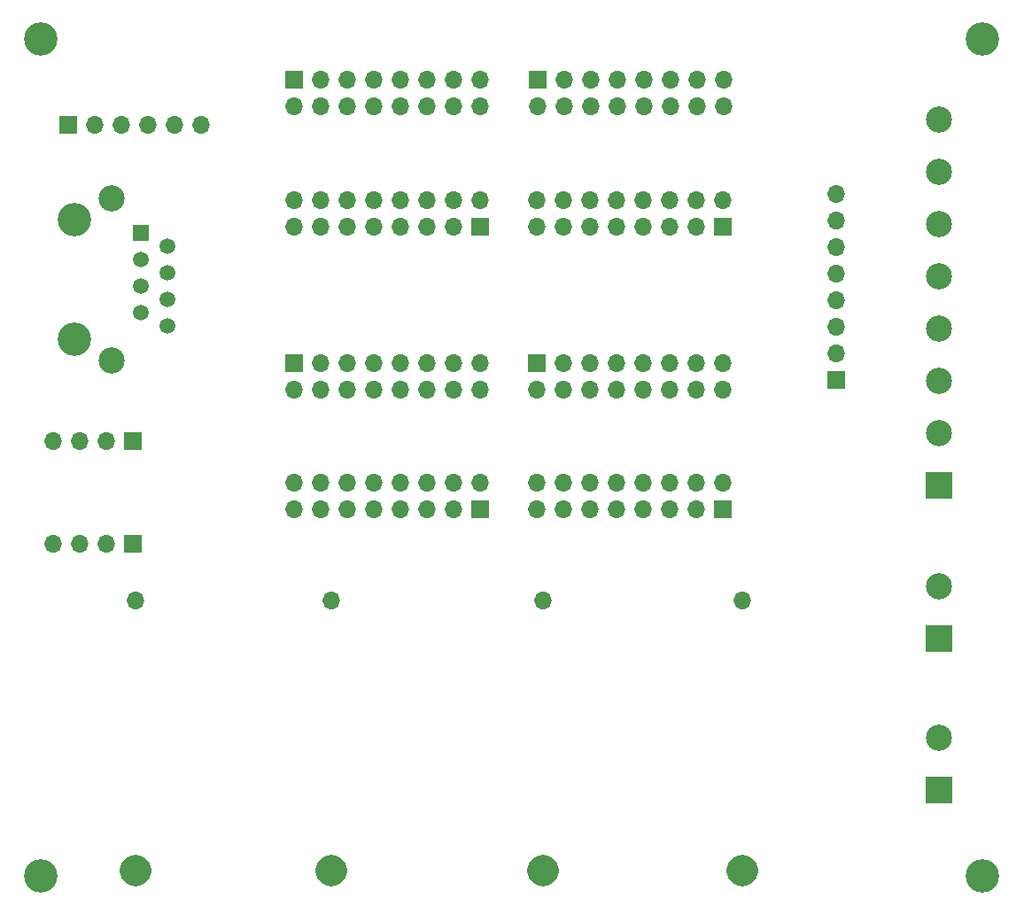
<source format=gbs>
G04 #@! TF.GenerationSoftware,KiCad,Pcbnew,7.0.7*
G04 #@! TF.CreationDate,2024-01-31T17:53:19+01:00*
G04 #@! TF.ProjectId,CabelAdapter,43616265-6c41-4646-9170-7465722e6b69,rev?*
G04 #@! TF.SameCoordinates,Original*
G04 #@! TF.FileFunction,Soldermask,Bot*
G04 #@! TF.FilePolarity,Negative*
%FSLAX46Y46*%
G04 Gerber Fmt 4.6, Leading zero omitted, Abs format (unit mm)*
G04 Created by KiCad (PCBNEW 7.0.7) date 2024-01-31 17:53:19*
%MOMM*%
%LPD*%
G01*
G04 APERTURE LIST*
G04 Aperture macros list*
%AMFreePoly0*
4,1,39,0.368228,1.454100,0.602543,1.373660,0.820422,1.255750,1.015922,1.103586,1.183711,0.921319,1.319211,0.713921,1.418726,0.487049,1.479542,0.246892,1.500000,0.000000,1.479542,-0.246892,1.418726,-0.487049,1.319211,-0.713921,1.183711,-0.921319,1.015922,-1.103586,0.820422,-1.255750,0.602543,-1.373660,0.368228,-1.454100,0.123869,-1.494877,-0.123869,-1.494877,-0.368228,-1.454100,
-0.602543,-1.373660,-0.820422,-1.255750,-1.015922,-1.103586,-1.183711,-0.921319,-1.319211,-0.713921,-1.418726,-0.487049,-1.479542,-0.246892,-1.500000,0.000000,-1.479542,0.246892,-1.418726,0.487049,-1.319211,0.713921,-1.183711,0.921319,-1.015922,1.103586,-0.820422,1.255750,-0.602543,1.373660,-0.368228,1.454100,-0.123869,1.494877,0.123869,1.494877,0.368228,1.454100,0.368228,1.454100,
$1*%
G04 Aperture macros list end*
%ADD10R,1.700000X1.700000*%
%ADD11O,1.700000X1.700000*%
%ADD12FreePoly0,0.000000*%
%ADD13C,3.200000*%
%ADD14R,1.500000X1.500000*%
%ADD15C,1.500000*%
%ADD16C,2.500000*%
%ADD17R,2.500000X2.500000*%
G04 APERTURE END LIST*
D10*
X150160000Y-103000000D03*
D11*
X150160000Y-100460000D03*
X147620000Y-103000000D03*
X147620000Y-100460000D03*
X145080000Y-103000000D03*
X145080000Y-100460000D03*
X142540000Y-103000000D03*
X142540000Y-100460000D03*
X140000000Y-103000000D03*
X140000000Y-100460000D03*
X137460000Y-103000000D03*
X137460000Y-100460000D03*
X134920000Y-103000000D03*
X134920000Y-100460000D03*
X132380000Y-103000000D03*
X132380000Y-100460000D03*
D10*
X93800000Y-133250000D03*
D11*
X91260000Y-133250000D03*
X88720000Y-133250000D03*
X86180000Y-133250000D03*
D10*
X127000000Y-130000000D03*
D11*
X127000000Y-127460000D03*
X124460000Y-130000000D03*
X124460000Y-127460000D03*
X121920000Y-130000000D03*
X121920000Y-127460000D03*
X119380000Y-130000000D03*
X119380000Y-127460000D03*
X116840000Y-130000000D03*
X116840000Y-127460000D03*
X114300000Y-130000000D03*
X114300000Y-127460000D03*
X111760000Y-130000000D03*
X111760000Y-127460000D03*
X109220000Y-130000000D03*
X109220000Y-127460000D03*
X152000000Y-138750000D03*
D12*
X152000000Y-164500000D03*
D13*
X85000000Y-165000000D03*
D10*
X132500000Y-88960000D03*
D11*
X132500000Y-91500000D03*
X135040000Y-88960000D03*
X135040000Y-91500000D03*
X137580000Y-88960000D03*
X137580000Y-91500000D03*
X140120000Y-88960000D03*
X140120000Y-91500000D03*
X142660000Y-88960000D03*
X142660000Y-91500000D03*
X145200000Y-88960000D03*
X145200000Y-91500000D03*
X147740000Y-88960000D03*
X147740000Y-91500000D03*
X150280000Y-88960000D03*
X150280000Y-91500000D03*
D10*
X132380000Y-116000000D03*
D11*
X132380000Y-118540000D03*
X134920000Y-116000000D03*
X134920000Y-118540000D03*
X137460000Y-116000000D03*
X137460000Y-118540000D03*
X140000000Y-116000000D03*
X140000000Y-118540000D03*
X142540000Y-116000000D03*
X142540000Y-118540000D03*
X145080000Y-116000000D03*
X145080000Y-118540000D03*
X147620000Y-116000000D03*
X147620000Y-118540000D03*
X150160000Y-116000000D03*
X150160000Y-118540000D03*
X133000000Y-138750000D03*
D12*
X133000000Y-164500000D03*
D13*
X88150000Y-102285000D03*
X88150000Y-113715000D03*
D14*
X94500000Y-103555000D03*
D15*
X97040000Y-104825000D03*
X94500000Y-106095000D03*
X97040000Y-107365000D03*
X94500000Y-108635000D03*
X97040000Y-109905000D03*
X94500000Y-111175000D03*
X97040000Y-112445000D03*
D16*
X91706000Y-100253000D03*
X91706000Y-115747000D03*
D10*
X127000000Y-103000000D03*
D11*
X127000000Y-100460000D03*
X124460000Y-103000000D03*
X124460000Y-100460000D03*
X121920000Y-103000000D03*
X121920000Y-100460000D03*
X119380000Y-103000000D03*
X119380000Y-100460000D03*
X116840000Y-103000000D03*
X116840000Y-100460000D03*
X114300000Y-103000000D03*
X114300000Y-100460000D03*
X111760000Y-103000000D03*
X111760000Y-100460000D03*
X109220000Y-103000000D03*
X109220000Y-100460000D03*
D10*
X161000000Y-117620000D03*
D11*
X161000000Y-115080000D03*
X161000000Y-112540000D03*
X161000000Y-110000000D03*
X161000000Y-107460000D03*
X161000000Y-104920000D03*
X161000000Y-102380000D03*
X161000000Y-99840000D03*
D10*
X93800000Y-123500000D03*
D11*
X91260000Y-123500000D03*
X88720000Y-123500000D03*
X86180000Y-123500000D03*
D13*
X175000000Y-165000000D03*
D10*
X109220000Y-116000000D03*
D11*
X109220000Y-118540000D03*
X111760000Y-116000000D03*
X111760000Y-118540000D03*
X114300000Y-116000000D03*
X114300000Y-118540000D03*
X116840000Y-116000000D03*
X116840000Y-118540000D03*
X119380000Y-116000000D03*
X119380000Y-118540000D03*
X121920000Y-116000000D03*
X121920000Y-118540000D03*
X124460000Y-116000000D03*
X124460000Y-118540000D03*
X127000000Y-116000000D03*
X127000000Y-118540000D03*
X112750000Y-138750000D03*
D12*
X112750000Y-164500000D03*
D17*
X170800000Y-142320570D03*
D16*
X170800000Y-137320570D03*
D17*
X170800000Y-156820570D03*
D16*
X170800000Y-151820570D03*
D10*
X109220000Y-88960000D03*
D11*
X109220000Y-91500000D03*
X111760000Y-88960000D03*
X111760000Y-91500000D03*
X114300000Y-88960000D03*
X114300000Y-91500000D03*
X116840000Y-88960000D03*
X116840000Y-91500000D03*
X119380000Y-88960000D03*
X119380000Y-91500000D03*
X121920000Y-88960000D03*
X121920000Y-91500000D03*
X124460000Y-88960000D03*
X124460000Y-91500000D03*
X127000000Y-88960000D03*
X127000000Y-91500000D03*
D13*
X175000000Y-85000000D03*
D17*
X170800000Y-127700570D03*
D16*
X170800000Y-122700570D03*
X170800000Y-117700570D03*
X170800000Y-112700570D03*
X170800000Y-107700570D03*
X170800000Y-102700570D03*
X170800000Y-97700570D03*
X170800000Y-92700570D03*
D11*
X94000000Y-138750000D03*
D12*
X94000000Y-164500000D03*
D10*
X87550000Y-93250000D03*
D11*
X90090000Y-93250000D03*
X92630000Y-93250000D03*
X95170000Y-93250000D03*
X97710000Y-93250000D03*
X100250000Y-93250000D03*
D13*
X85000000Y-85000000D03*
D10*
X150130000Y-130000000D03*
D11*
X150130000Y-127460000D03*
X147590000Y-130000000D03*
X147590000Y-127460000D03*
X145050000Y-130000000D03*
X145050000Y-127460000D03*
X142510000Y-130000000D03*
X142510000Y-127460000D03*
X139970000Y-130000000D03*
X139970000Y-127460000D03*
X137430000Y-130000000D03*
X137430000Y-127460000D03*
X134890000Y-130000000D03*
X134890000Y-127460000D03*
X132350000Y-130000000D03*
X132350000Y-127460000D03*
M02*

</source>
